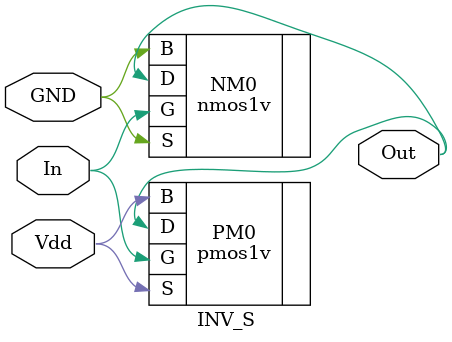
<source format=v>

module INV_S (
GND,Vdd,In,Out );
input  GND;
input  Vdd;
input  In;
output  Out;
wire Vdd;
wire In;
wire GND;
wire Out;

nmos1v    
 NM0  ( .S( GND ), .G( In ), .B( GND ), .D( Out ) );

pmos1v    
 PM0  ( .S( Vdd ), .G( In ), .B( Vdd ), .D( Out ) );

endmodule


</source>
